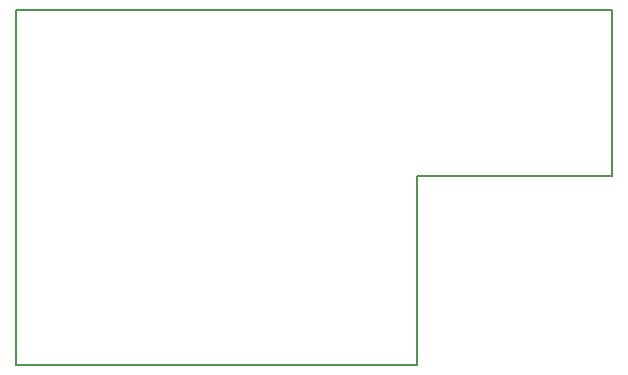
<source format=gm1>
G04 #@! TF.GenerationSoftware,KiCad,Pcbnew,(2017-11-08 revision cd21218)-HEAD*
G04 #@! TF.CreationDate,2018-02-24T01:01:06+02:00*
G04 #@! TF.ProjectId,pro_mini,70726F5F6D696E692E6B696361645F70,rev?*
G04 #@! TF.SameCoordinates,Original*
G04 #@! TF.FileFunction,Profile,NP*
%FSLAX46Y46*%
G04 Gerber Fmt 4.6, Leading zero omitted, Abs format (unit mm)*
G04 Created by KiCad (PCBNEW (2017-11-08 revision cd21218)-HEAD) date Sat Feb 24 01:01:06 2018*
%MOMM*%
%LPD*%
G01*
G04 APERTURE LIST*
%ADD10C,0.150000*%
G04 APERTURE END LIST*
D10*
X160550018Y-103000000D02*
X144000000Y-103000000D01*
X144000000Y-118999001D02*
X144000000Y-103000000D01*
X110048619Y-119000039D02*
X143992610Y-119000039D01*
X110048619Y-88899999D02*
X110048619Y-119000039D01*
X160550000Y-88900000D02*
X160550000Y-103000089D01*
X110058200Y-88900000D02*
X160553400Y-88900000D01*
M02*

</source>
